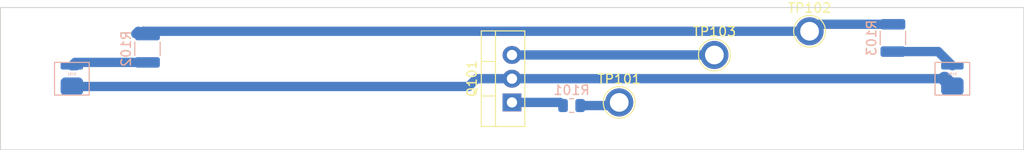
<source format=kicad_pcb>
(kicad_pcb (version 20211014) (generator pcbnew)
  (layers (0 "F.Cu" signal) (31 "B.Cu" signal) (34 "B.Paste" user) (35 "F.Paste" user) (36 "B.SilkS" user "B.Silkscreen") (37 "F.SilkS" user "F.Silkscreen") (38 "B.Mask" user) (39 "F.Mask" user) (44 "Edge.Cuts" user))
  (net 0 "")
  (net 1 "Net-(D101-Pad1)")
  (net 2 "Net-(D101-Pad2)")
  (net 3 "Net-(D102-Pad2)")
  (net 4 "Net-(Q101-Pad1)")
  (net 5 "GND")
  (net 6 "Net-(R101-Pad1)")
  (net 7 "+5V")
  (footprint "Package_TO_SOT_THT:TO-220-3_Vertical" (layer "F.Cu") (at 158.7335 86.36 90)
    (fp_text reference "Q101" (at 2.54 -4.27 90) (layer "F.SilkS"))
    (fp_text value "TIP120")
    (fp_line (start -2.58 -3.27) (end -2.58 1.371) (layer "F.SilkS") (width 0.12))
    (fp_line (start 4.391 -3.27) (end 4.391 -1.76) (layer "F.SilkS") (width 0.12))
    (fp_line (start -2.58 1.371) (end 7.66 1.371) (layer "F.SilkS") (width 0.12))
    (fp_line (start 0.69 -3.27) (end 0.69 -1.76) (layer "F.SilkS") (width 0.12))
    (fp_line (start -2.58 -1.76) (end 7.66 -1.76) (layer "F.SilkS") (width 0.12))
    (fp_line (start -2.58 -3.27) (end 7.66 -3.27) (layer "F.SilkS") (width 0.12))
    (fp_line (start 7.66 -3.27) (end 7.66 1.371) (layer "F.SilkS") (width 0.12))
    (pad "1" thru_hole rect (at 0 0 90) (size 1.905 2) (drill 1.1) (layers *.Cu *.Mask) (net 4 "Net-(Q101-Pad1)"))
    (pad "2" thru_hole oval (at 2.54 0 90) (size 1.905 2) (drill 1.1) (layers *.Cu *.Mask) (net 1 "Net-(D101-Pad1)"))
    (pad "3" thru_hole oval (at 5.08 0 90) (size 1.905 2) (drill 1.1) (layers *.Cu *.Mask) (net 5 "GND"))
  )
  (footprint "TestPoint:TestPoint_Plated_Hole_D2.0mm" (layer "F.Cu") (at 170.18 86.36)
    (fp_text reference "TP101" (at 0 -2.498) (layer "F.SilkS"))
    (fp_text value "Signal (Yellow)")
    (fp_circle (center 0 0) (end 0 -1.7) (layer "F.SilkS") (width 0.12) (fill none))
    (pad "1" thru_hole circle (at 0 0) (size 3 3) (drill 2) (layers *.Cu *.Mask) (net 6 "Net-(R101-Pad1)"))
  )
  (footprint "TestPoint:TestPoint_Plated_Hole_D2.0mm" (layer "F.Cu") (at 190.5 78.74)
    (fp_text reference "TP102" (at 0 -2.498) (layer "F.SilkS"))
    (fp_text value "+ (Red)")
    (fp_circle (center 0 0) (end 0 -1.7) (layer "F.SilkS") (width 0.12) (fill none))
    (pad "1" thru_hole circle (at 0 0) (size 3 3) (drill 2) (layers *.Cu *.Mask) (net 7 "+5V"))
  )
  (footprint "TestPoint:TestPoint_Plated_Hole_D2.0mm" (layer "F.Cu") (at 180.34 81.28)
    (fp_text reference "TP103" (at 0 -2.498) (layer "F.SilkS"))
    (fp_text value "- (Black)")
    (fp_circle (center 0 0) (end 0 -1.7) (layer "F.SilkS") (width 0.12) (fill none))
    (pad "1" thru_hole circle (at 0 0) (size 3 3) (drill 2) (layers *.Cu *.Mask) (net 5 "GND"))
  )
  (footprint "DS203:DS203" (layer "B.Cu") (at 205.74 83.82 180)
    (fp_text reference "D102" (at 0 0.5 unlocked) (layer "B.SilkS") (effects (font (size 0.25 0.25) (thickness 0.0375)) (justify mirror)))
    (fp_text value "Headlight")
    (fp_rect (start -1.85 1.75) (end 1.85 -1.75) (layer "B.SilkS") (width 0.12) (fill none))
    (pad "1" smd roundrect (at 0 -0.835 180) (size 2.4 1.93) (layers "B.Cu" "B.Paste" "B.Mask") (net 1 "Net-(D101-Pad1)"))
    (pad "2" smd roundrect (at 0 1.39 180) (size 2.4 0.82) (layers "B.Cu" "B.Paste" "B.Mask") (net 3 "Net-(D102-Pad2)"))
  )
  (footprint "DS203:DS203" (layer "B.Cu") (at 111.76 83.82 180)
    (fp_text reference "D101" (at 0 0.5 unlocked) (layer "B.SilkS") (effects (font (size 0.25 0.25) (thickness 0.0375)) (justify mirror)))
    (fp_text value "Headlight")
    (fp_rect (start -1.85 1.75) (end 1.85 -1.75) (layer "B.SilkS") (width 0.12) (fill none))
    (pad "1" smd roundrect (at 0 -0.835 180) (size 2.4 1.93) (layers "B.Cu" "B.Paste" "B.Mask") (net 1 "Net-(D101-Pad1)"))
    (pad "2" smd roundrect (at 0 1.39 180) (size 2.4 0.82) (layers "B.Cu" "B.Paste" "B.Mask") (net 2 "Net-(D101-Pad2)"))
  )
  (footprint "Resistor_SMD:R_1210_3225Metric" (layer "B.Cu") (at 199.393789 79.453737 -90)
    (fp_text reference "R103" (at 0 2.28 90) (layer "B.SilkS") (effects (justify mirror)))
    (fp_text value "20 .5W")
    (fp_line (start -0.723737 1.355) (end 0.723737 1.355) (layer "B.SilkS") (width 0.12))
    (fp_line (start -0.723737 -1.355) (end 0.723737 -1.355) (layer "B.SilkS") (width 0.12))
    (pad "1" smd roundrect (at -1.4625 0 270) (size 1.125 2.65) (layers "B.Cu" "B.Paste" "B.Mask") (roundrect_rratio 0.2222222222) (net 7 "+5V"))
    (pad "2" smd roundrect (at 1.4625 0 270) (size 1.125 2.65) (layers "B.Cu" "B.Paste" "B.Mask") (roundrect_rratio 0.2222222222) (net 3 "Net-(D102-Pad2)"))
  )
  (footprint "Resistor_SMD:R_0805_2012Metric" (layer "B.Cu") (at 165.1 86.695 180)
    (fp_text reference "R101" (at 0 1.65) (layer "B.SilkS") (effects (justify mirror)))
    (fp_text value "1K")
    (fp_line (start -0.227064 0.735) (end 0.227064 0.735) (layer "B.SilkS") (width 0.12))
    (fp_line (start -0.227064 -0.735) (end 0.227064 -0.735) (layer "B.SilkS") (width 0.12))
    (pad "1" smd roundrect (at -0.9125 0 180) (size 1.025 1.4) (layers "B.Cu" "B.Paste" "B.Mask") (roundrect_rratio 0.243902439) (net 6 "Net-(R101-Pad1)"))
    (pad "2" smd roundrect (at 0.9125 0 180) (size 1.025 1.4) (layers "B.Cu" "B.Paste" "B.Mask") (roundrect_rratio 0.243902439) (net 4 "Net-(Q101-Pad1)"))
  )
  (footprint "Resistor_SMD:R_1210_3225Metric" (layer "B.Cu") (at 119.83 80.61 -90)
    (fp_text reference "R102" (at 0 2.28 90) (layer "B.SilkS") (effects (justify mirror)))
    (fp_text value "20 .5W")
    (fp_line (start -0.723737 1.355) (end 0.723737 1.355) (layer "B.SilkS") (width 0.12))
    (fp_line (start -0.723737 -1.355) (end 0.723737 -1.355) (layer "B.SilkS") (width 0.12))
    (pad "1" smd roundrect (at -1.4625 0 270) (size 1.125 2.65) (layers "B.Cu" "B.Paste" "B.Mask") (roundrect_rratio 0.2222222222) (net 7 "+5V"))
    (pad "2" smd roundrect (at 1.4625 0 270) (size 1.125 2.65) (layers "B.Cu" "B.Paste" "B.Mask") (roundrect_rratio 0.2222222222) (net 2 "Net-(D101-Pad2)"))
  )
  (gr_rect (start 104.14 76.2) (end 213.36 91.44) (layer "Edge.Cuts") (width 0.1) (fill none))
  (segment (start 158.7335 83.82) (end 204.905 83.82) (width 1) (layer "B.Cu") (net 1))
  (segment (start 154.94 83.82) (end 158.7335 83.82) (width 1) (layer "B.Cu") (net 1))
  (segment (start 111.76 84.655) (end 111.9575 84.4575) (width 1.5) (layer "B.Cu") (net 1))
  (segment (start 111.76 84.655) (end 154.105 84.655) (width 1) (layer "B.Cu") (net 1))
  (segment (start 204.905 83.82) (end 205.74 84.655) (width 1.5) (layer "B.Cu") (net 1))
  (segment (start 154.105 84.655) (end 154.94 83.82) (width 1) (layer "B.Cu") (net 1))
  (segment (start 112.1175 82.0725) (end 111.76 82.43) (width 1) (layer "B.Cu") (net 2))
  (segment (start 119.83 82.0725) (end 112.1175 82.0725) (width 1) (layer "B.Cu") (net 2))
  (segment (start 111.76 82.43) (end 112.2375 82.43) (width 1) (layer "B.Cu") (net 2))
  (segment (start 199.393789 80.916237) (end 204.226237 80.916237) (width 1) (layer "B.Cu") (net 3))
  (segment (start 204.226237 80.916237) (end 205.74 82.43) (width 1) (layer "B.Cu") (net 3))
  (segment (start 163.8525 86.36) (end 164.1875 86.695) (width 1) (layer "B.Cu") (net 4))
  (segment (start 158.7335 86.36) (end 163.8525 86.36) (width 1) (layer "B.Cu") (net 4))
  (segment (start 158.7335 81.28) (end 180.34 81.28) (width 1) (layer "B.Cu") (net 5))
  (segment (start 169.845 86.695) (end 170.18 86.36) (width 1) (layer "B.Cu") (net 6))
  (segment (start 166.0125 86.695) (end 169.845 86.695) (width 1) (layer "B.Cu") (net 6))
  (segment (start 190.5 78.74) (end 119.38 78.74) (width 1) (layer "B.Cu") (net 7))
  (segment (start 119.38 78.74) (end 119.7875 79.1475) (width 1) (layer "B.Cu") (net 7))
  (segment (start 191.248763 77.991237) (end 190.5 78.74) (width 1) (layer "B.Cu") (net 7))
  (segment (start 199.393789 77.991237) (end 191.248763 77.991237) (width 1) (layer "B.Cu") (net 7))
  (segment (start 119.7875 79.1475) (end 119.83 79.1475) (width 1) (layer "B.Cu") (net 7))
  (segment (start 118.5825 79.01) (end 118.8525 78.74) (width 1) (layer "B.Cu") (net 7))
)
</source>
